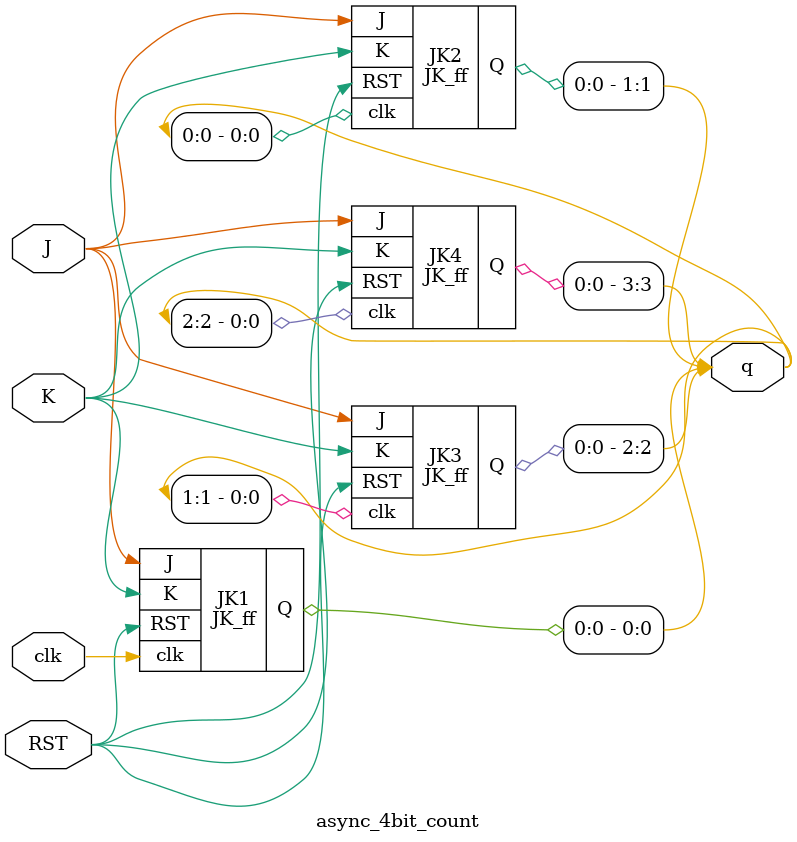
<source format=sv>
`timescale 10ns/1ps

module JK_ff(input J,K,clk,RST,
             output reg Q
             );
	
always@(negedge clk)
    begin
      if(RST)
        Q <= 1'b0;
      else  
        begin
        case({J,K})
          2'b00: Q <= Q;
          2'b01: Q <= 1'b0;
          2'b10: Q <= 1'b1;
          2'b11: Q <= ~Q;
        endcase
      end          
	end
endmodule
	
module async_4bit_count(input J,K,clk,RST,
                        output [3:0]q
                        );

    JK_ff JK1(J,K,clk,RST,q[0]);
	JK_ff JK2(J,K,q[0],RST,q[1]);
	JK_ff JK3(J,K,q[1],RST,q[2]);
	JK_ff JK4(J,K,q[2],RST,q[3]);
  
endmodule
</source>
